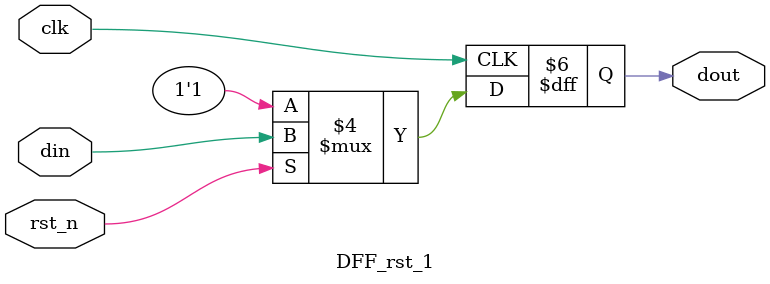
<source format=v>
`timescale 1ns / 1ps
module LFSR(clk, rst_n, out/*, DFF_out*/);
input clk, rst_n;
output out;
//output [3:0] DFF_out;
wire [3:0] DFF_out;
wire din;
DFF_rst_0 DFF_0(clk, din, rst_n, DFF_out[0]);
DFF_rst_0 DFF_1(clk, DFF_out[0], rst_n, DFF_out[1]);
DFF_rst_0 DFF_2(clk, DFF_out[1], rst_n, DFF_out[2]);
DFF_rst_1 DFF_3(clk, DFF_out[2], rst_n, DFF_out[3]);
DFF_rst_0 DFF_4(clk, DFF_out[3], rst_n, out);

assign din = out ^ DFF_out[2];
endmodule

module DFF_rst_0(clk, din, rst_n, dout);
input clk, din, rst_n;
output dout;
reg dout;
always@ (posedge clk)
begin
    if(!rst_n)
        dout <= 1'b0;
    else
        dout <= din;
end
endmodule

module DFF_rst_1(clk, din, rst_n, dout);
input clk, din, rst_n;
output dout;
reg dout;
always@ (posedge clk)
begin
    if(!rst_n)
        dout <= 1'b1;
    else
        dout <= din;
end
endmodule
</source>
